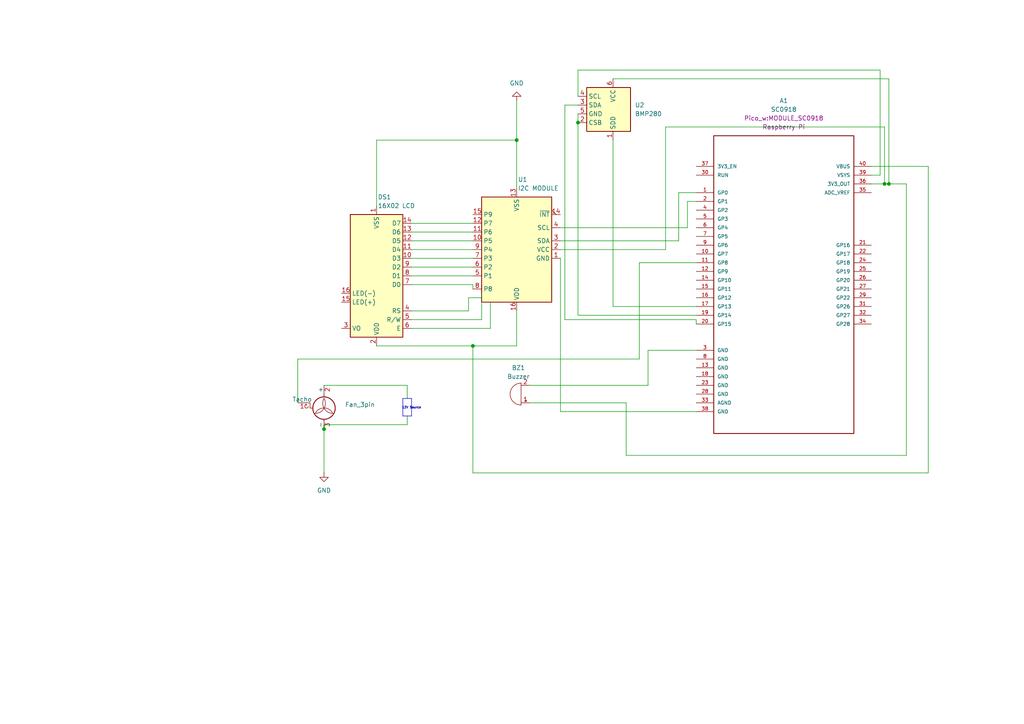
<source format=kicad_sch>
(kicad_sch (version 20231120) (generator "eeschema") (generator_version "8.0")
  (paper "A4")
  (lib_symbols
    (symbol "Device:Buzzer" (pin_names (offset 0.0254) hide)
      (property "Reference" "BZ" (at 3.81 1.27 0))
      (property "Value" "Buzzer" (at 3.81 -1.27 0))
      (symbol "Buzzer_0_1"
        (arc (start 0 -3.175) (mid 3.1612 0) (end 0 3.175))
        (polyline (pts (xy -1.651 1.905) (xy -1.143 1.905)))
        (polyline (pts (xy -1.397 2.159) (xy -1.397 1.651)))
        (polyline (pts (xy 0 3.175) (xy 0 -3.175)))
      )
      (symbol "Buzzer_1_1"
        (pin passive line (at -2.54 2.54 0) (length 2.54) (name "+") (number "1"))
        (pin passive line (at -2.54 -2.54 0) (length 2.54) (name "-") (number "2"))
      )
    )
    (symbol "Display_Character:WC1602A"
      (property "Reference" "DS" (at -5.842 19.05 0))
      (property "Value" "WC1602A" (at 5.334 19.05 0))
      (symbol "WC1602A_1_1"
        (rectangle (start -7.62 17.78) (end 7.62 -17.78) (stroke (width 0.254)) (fill (type background)))
        (pin power_in line (at 0 -20.32 90) (length 2.54) (name "VSS") (number "1"))
        (pin input line (at -10.16 -5.08 0) (length 2.54) (name "D3") (number "10"))
        (pin input line (at -10.16 -7.62 0) (length 2.54) (name "D4") (number "11"))
        (pin input line (at -10.16 -10.16 0) (length 2.54) (name "D5") (number "12"))
        (pin input line (at -10.16 -12.7 0) (length 2.54) (name "D6") (number "13"))
        (pin input line (at -10.16 -15.24 0) (length 2.54) (name "D7") (number "14"))
        (pin power_in line (at 10.16 7.62 180) (length 2.54) (name "LED(+)") (number "15"))
        (pin power_in line (at 10.16 5.08 180) (length 2.54) (name "LED(-)") (number "16"))
        (pin power_in line (at 0 20.32 270) (length 2.54) (name "VDD") (number "2"))
        (pin input line (at 10.16 15.24 180) (length 2.54) (name "VO") (number "3"))
        (pin input line (at -10.16 10.16 0) (length 2.54) (name "RS") (number "4"))
        (pin input line (at -10.16 12.7 0) (length 2.54) (name "R/W") (number "5"))
        (pin input line (at -10.16 15.24 0) (length 2.54) (name "E") (number "6"))
        (pin input line (at -10.16 2.54 0) (length 2.54) (name "D0") (number "7"))
        (pin input line (at -10.16 0 0) (length 2.54) (name "D1") (number "8"))
        (pin input line (at -10.16 -2.54 0) (length 2.54) (name "D2") (number "9"))
      )
    )
    (symbol "Interface_Expansion:PCF8574"
      (property "Reference" "U1" (at -0.3459 -20.32 0))
      (property "Value" "I2C MODULE" (at -0.3459 -17.78 0))
      (symbol "PCF8574_0_1"
        (rectangle (start -10.16 15.24) (end 10.16 -15.24) (stroke (width 0.254)) (fill (type background)))
      )
      (symbol "PCF8574_1_1"
        (pin input line (at -12.7 2.54 0) (length 2.54) (name "GND") (number "1"))
        (pin bidirectional line (at 12.7 -2.54 180) (length 2.54) (name "P5") (number "10"))
        (pin bidirectional line (at 12.7 -5.08 180) (length 2.54) (name "P6") (number "11"))
        (pin bidirectional line (at 12.7 -7.62 180) (length 2.54) (name "P7") (number "12"))
        (pin power_in line (at 0 -17.78 90) (length 2.54) (name "VSS") (number "13"))
        (pin open_collector output_low (at -12.7 -10.16 0) (length 2.54) (name "~{INT}") (number "14"))
        (pin input line (at 12.7 -10.16 180) (length 2.54) (name "P9") (number "15"))
        (pin power_in line (at 0 17.78 270) (length 2.54) (name "VDD") (number "16"))
        (pin input line (at -12.7 0 0) (length 2.54) (name "VCC") (number "2"))
        (pin input line (at -12.7 -2.54 0) (length 2.54) (name "SDA") (number "3"))
        (pin input line (at -12.7 -6.35 0) (length 2.54) (name "SCL") (number "4"))
        (pin bidirectional line (at 12.7 7.62 180) (length 2.54) (name "P1") (number "5"))
        (pin bidirectional line (at 12.7 5.08 180) (length 2.54) (name "P2") (number "6"))
        (pin bidirectional line (at 12.7 2.54 180) (length 2.54) (name "P3") (number "7"))
        (pin bidirectional line (at 12.7 11.43 180) (length 2.54) (name "P8") (number "8"))
        (pin bidirectional line (at 12.7 0 180) (length 2.54) (name "P4") (number "9"))
      )
    )
    (symbol "Motor:Fan_3pin" (pin_names (offset 0))
      (property "Reference" "M" (at 2.54 2.54 0))
      (property "Value" "Fan_3pin" (at 2.54 -5.08 0))
      (symbol "Fan_3pin_0_0"
        (arc (start -5.588 -1.016) (mid -5.08 -1.5218) (end -4.572 -1.016))
        (arc (start -5.08 -0.508) (mid -5.4392 -0.6568) (end -5.588 -1.016))
        (polyline (pts (xy -5.08 -0.508) (xy -5.334 -0.381)))
        (polyline (pts (xy -5.08 -0.508) (xy -5.207 -0.762)))
        (polyline (pts (xy -4.064 0) (xy -4.064 -1.524) (xy -3.302 -1.524)))
      )
      (symbol "Fan_3pin_0_1"
        (arc (start -2.54 -3.048) (mid 0.0028 -1.6279) (end 0 1.27))
        (circle (center 0 -1.524) (radius 3.2512) (stroke (width 0.254)))
        (polyline (pts (xy -4.064 0) (xy -5.08 0)))
        (polyline (pts (xy 0 -7.62) (xy 0 -7.112)))
        (polyline (pts (xy 0 -4.7752) (xy 0 -5.1816)))
        (polyline (pts (xy 0 1.7272) (xy 0 2.0828)))
        (polyline (pts (xy 0 2.032) (xy 0 2.54)))
        (arc (start 0 1.27) (mid 0.053 -1.619) (end 2.54 -3.048))
        (arc (start 2.54 -3.048) (mid 0 -1.4782) (end -2.54 -3.048))
      )
      (symbol "Fan_3pin_1_1"
        (pin passive line (at -7.62 0 0) (length 2.54) (name "Tacho") (number "1"))
        (pin passive line (at 0 5.08 270) (length 2.54) (name "+") (number "2"))
        (pin passive line (at 0 -7.62 90) (length 2.54) (name "-") (number "3"))
      )
    )
    (symbol "Pico_w:SC0918" (pin_names (offset 1.016))
      (property "Reference" "A1" (at 0 58.42 0))
      (property "Value" "SC0918" (at 0 55.88 0))
      (property "Footprint" "Pico_w:MODULE_SC0918" (at -12.7 -46.99 0))
      (property "manufacturer" "Raspberry Pi" (at 0 53.34 0))
      (symbol "SC0918_0_0"
        (rectangle (start -20.32 -43.18) (end 20.32 43.18) (stroke (width 0.254)))
        (pin bidirectional line (at -25.4 26.67 0) (length 5.08) (name "GP0") (number "1"))
        (pin bidirectional line (at -25.4 8.89 0) (length 5.08) (name "GP7") (number "10"))
        (pin bidirectional line (at -25.4 6.35 0) (length 5.08) (name "GP8") (number "11"))
        (pin bidirectional line (at -25.4 3.81 0) (length 5.08) (name "GP9") (number "12"))
        (pin power_in line (at -25.4 -24.13 0) (length 5.08) (name "GND") (number "13"))
        (pin bidirectional line (at -25.4 1.27 0) (length 5.08) (name "GP10") (number "14"))
        (pin bidirectional line (at -25.4 -1.27 0) (length 5.08) (name "GP11") (number "15"))
        (pin bidirectional line (at -25.4 -3.81 0) (length 5.08) (name "GP12") (number "16"))
        (pin bidirectional line (at -25.4 -6.35 0) (length 5.08) (name "GP13") (number "17"))
        (pin power_in line (at -25.4 -26.67 0) (length 5.08) (name "GND") (number "18"))
        (pin bidirectional line (at -25.4 -8.89 0) (length 5.08) (name "GP14") (number "19"))
        (pin bidirectional line (at -25.4 24.13 0) (length 5.08) (name "GP1") (number "2"))
        (pin bidirectional line (at -25.4 -11.43 0) (length 5.08) (name "GP15") (number "20"))
        (pin bidirectional line (at 25.4 11.43 180) (length 5.08) (name "GP16") (number "21"))
        (pin bidirectional line (at 25.4 8.89 180) (length 5.08) (name "GP17") (number "22"))
        (pin power_in line (at -25.4 -29.21 0) (length 5.08) (name "GND") (number "23"))
        (pin bidirectional line (at 25.4 6.35 180) (length 5.08) (name "GP18") (number "24"))
        (pin bidirectional line (at 25.4 3.81 180) (length 5.08) (name "GP19") (number "25"))
        (pin bidirectional line (at 25.4 1.27 180) (length 5.08) (name "GP20") (number "26"))
        (pin bidirectional line (at 25.4 -1.27 180) (length 5.08) (name "GP21") (number "27"))
        (pin power_in line (at -25.4 -31.75 0) (length 5.08) (name "GND") (number "28"))
        (pin bidirectional line (at 25.4 -3.81 180) (length 5.08) (name "GP22") (number "29"))
        (pin power_in line (at -25.4 -19.05 0) (length 5.08) (name "GND") (number "3"))
        (pin input line (at -25.4 31.75 0) (length 5.08) (name "RUN") (number "30"))
        (pin bidirectional line (at 25.4 -6.35 180) (length 5.08) (name "GP26") (number "31"))
        (pin bidirectional line (at 25.4 -8.89 180) (length 5.08) (name "GP27") (number "32"))
        (pin power_in line (at -25.4 -34.29 0) (length 5.08) (name "AGND") (number "33"))
        (pin bidirectional line (at 25.4 -11.43 180) (length 5.08) (name "GP28") (number "34"))
        (pin power_in line (at 25.4 26.67 180) (length 5.08) (name "ADC_VREF") (number "35"))
        (pin power_in line (at 25.4 29.21 180) (length 5.08) (name "3V3_OUT") (number "36"))
        (pin input line (at -25.4 34.29 0) (length 5.08) (name "3V3_EN") (number "37"))
        (pin power_in line (at -25.4 -36.83 0) (length 5.08) (name "GND") (number "38"))
        (pin free line (at 25.4 31.75 180) (length 5.08) (name "VSYS") (number "39"))
        (pin bidirectional line (at -25.4 21.59 0) (length 5.08) (name "GP2") (number "4"))
        (pin free line (at 25.4 34.29 180) (length 5.08) (name "VBUS") (number "40"))
        (pin bidirectional line (at -25.4 19.05 0) (length 5.08) (name "GP3") (number "5"))
        (pin bidirectional line (at -25.4 16.51 0) (length 5.08) (name "GP4") (number "6"))
        (pin bidirectional line (at -25.4 13.97 0) (length 5.08) (name "GP5") (number "7"))
        (pin power_in line (at -25.4 -21.59 0) (length 5.08) (name "GND") (number "8"))
        (pin bidirectional line (at -25.4 11.43 0) (length 5.08) (name "GP6") (number "9"))
      )
    )
    (symbol "Sensor_Pressure:BMP280"
      (property "Reference" "U2" (at 6.35 2.5401 0))
      (property "Value" "BMP280" (at 6.35 0.0001 0))
      (symbol "BMP280_0_1"
        (rectangle (start -7.62 7.62) (end 5.08 -5.08) (stroke (width 0.254)) (fill (type background)))
      )
      (symbol "BMP280_1_1"
        (pin power_in line (at 0 -7.62 90) (length 2.54) (name "SDD") (number "1"))
        (pin input line (at -10.16 -2.54 0) (length 2.54) (name "CSB") (number "2"))
        (pin bidirectional line (at -10.16 2.54 0) (length 2.54) (name "SDA") (number "3"))
        (pin input line (at -10.16 5.08 0) (length 2.54) (name "SCL") (number "4"))
        (pin bidirectional line (at -10.16 0 0) (length 2.54) (name "GND") (number "5"))
        (pin power_in line (at 0 10.16 270) (length 2.54) (name "VCC") (number "6"))
      )
    )
    (symbol "power:GND" (power) (pin_numbers hide) (pin_names (offset 0) hide)
      (property "Value" "GND" (at 0 -3.81 0))
      (symbol "GND_0_1"
        (polyline (pts (xy 0 0) (xy 0 -1.27) (xy 1.27 -1.27) (xy 0 -2.54) (xy -1.27 -1.27) (xy 0 -1.27)))
      )
      (symbol "GND_1_1"
        (pin power_in line (at 0 0 270) (length 0) (name "~") (number "1"))
      )
    )
  )
  (junction (at 149.86 40.64))
  (junction (at 257.81 53.34))
  (junction (at 167.64 35.56))
  (junction (at 256.54 53.34))
  (junction (at 93.98 124.46))
  (junction (at 137.16 100.33))
  (wire (pts (xy 201.93 88.9) (xy 177.8 88.9)))
  (wire (pts (xy 137.16 137.16) (xy 269.24 137.16)))
  (wire (pts (xy 257.81 53.34) (xy 256.54 53.34)))
  (wire (pts (xy 201.93 119.38) (xy 162.56 119.38)))
  (wire (pts (xy 193.04 72.39) (xy 193.04 36.83)))
  (wire (pts (xy 199.39 66.04) (xy 199.39 58.42)))
  (wire (pts (xy 137.16 82.55) (xy 137.16 83.82)))
  (wire (pts (xy 135.89 86.36) (xy 139.7 86.36)))
  (wire (pts (xy 196.85 69.85) (xy 196.85 55.88)))
  (wire (pts (xy 177.8 40.64) (xy 177.8 88.9)))
  (wire (pts (xy 163.83 30.48) (xy 163.83 92.71)))
  (wire (pts (xy 269.24 48.26) (xy 269.24 137.16)))
  (wire (pts (xy 162.56 69.85) (xy 196.85 69.85)))
  (wire (pts (xy 199.39 58.42) (xy 201.93 58.42)))
  (wire (pts (xy 167.64 20.32) (xy 255.27 20.32)))
  (wire (pts (xy 162.56 119.38) (xy 162.56 74.93)))
  (wire (pts (xy 255.27 20.32) (xy 255.27 50.8)))
  (wire (pts (xy 167.64 30.48) (xy 163.83 30.48)))
  (wire (pts (xy 153.67 116.84) (xy 181.61 116.84)))
  (wire (pts (xy 119.38 90.17) (xy 135.89 90.17)))
  (wire (pts (xy 93.98 124.46) (xy 93.98 137.16)))
  (wire (pts (xy 139.7 92.71) (xy 139.7 87.63)))
  (wire (pts (xy 262.89 132.08) (xy 262.89 53.34)))
  (wire (pts (xy 201.93 92.71) (xy 201.93 93.98)))
  (wire (pts (xy 137.16 77.47) (xy 119.38 77.47)))
  (wire (pts (xy 162.56 72.39) (xy 193.04 72.39)))
  (wire (pts (xy 86.36 104.14) (xy 185.42 104.14)))
  (wire (pts (xy 86.36 116.84) (xy 86.36 104.14)))
  (wire (pts (xy 193.04 36.83) (xy 256.54 36.83)))
  (wire (pts (xy 137.16 67.31) (xy 119.38 67.31)))
  (wire (pts (xy 109.22 59.69) (xy 109.22 40.64)))
  (wire (pts (xy 185.42 104.14) (xy 185.42 76.2)))
  (wire (pts (xy 135.89 90.17) (xy 135.89 86.36)))
  (wire (pts (xy 93.98 123.19) (xy 93.98 124.46)))
  (wire (pts (xy 137.16 72.39) (xy 119.38 72.39)))
  (wire (pts (xy 137.16 74.93) (xy 119.38 74.93)))
  (wire (pts (xy 185.42 76.2) (xy 201.93 76.2)))
  (wire (pts (xy 119.38 95.25) (xy 142.24 95.25)))
  (wire (pts (xy 137.16 80.01) (xy 119.38 80.01)))
  (wire (pts (xy 256.54 36.83) (xy 256.54 53.34)))
  (wire (pts (xy 149.86 40.64) (xy 149.86 29.21)))
  (wire (pts (xy 177.8 22.86) (xy 257.81 22.86)))
  (wire (pts (xy 153.67 111.76) (xy 187.96 111.76)))
  (wire (pts (xy 149.86 54.61) (xy 149.86 40.64)))
  (wire (pts (xy 137.16 69.85) (xy 119.38 69.85)))
  (wire (pts (xy 118.11 111.76) (xy 93.98 111.76)))
  (wire (pts (xy 187.96 101.6) (xy 201.93 101.6)))
  (wire (pts (xy 142.24 95.25) (xy 142.24 87.63)))
  (wire (pts (xy 163.83 92.71) (xy 201.93 92.71)))
  (wire (pts (xy 162.56 66.04) (xy 199.39 66.04)))
  (wire (pts (xy 255.27 50.8) (xy 252.73 50.8)))
  (wire (pts (xy 119.38 92.71) (xy 139.7 92.71)))
  (wire (pts (xy 262.89 53.34) (xy 257.81 53.34)))
  (wire (pts (xy 187.96 111.76) (xy 187.96 101.6)))
  (wire (pts (xy 181.61 132.08) (xy 262.89 132.08)))
  (wire (pts (xy 137.16 64.77) (xy 119.38 64.77)))
  (wire (pts (xy 181.61 116.84) (xy 181.61 132.08)))
  (wire (pts (xy 196.85 55.88) (xy 201.93 55.88)))
  (wire (pts (xy 118.11 120.65) (xy 118.11 123.19)))
  (wire (pts (xy 149.86 100.33) (xy 149.86 90.17)))
  (wire (pts (xy 167.64 91.44) (xy 201.93 91.44)))
  (wire (pts (xy 167.64 33.02) (xy 167.64 35.56)))
  (wire (pts (xy 167.64 27.94) (xy 167.64 20.32)))
  (wire (pts (xy 252.73 48.26) (xy 269.24 48.26)))
  (wire (pts (xy 167.64 35.56) (xy 167.64 91.44)))
  (wire (pts (xy 256.54 53.34) (xy 252.73 53.34)))
  (wire (pts (xy 137.16 100.33) (xy 137.16 137.16)))
  (wire (pts (xy 118.11 111.76) (xy 118.11 115.57)))
  (wire (pts (xy 149.86 40.64) (xy 109.22 40.64)))
  (wire (pts (xy 137.16 100.33) (xy 149.86 100.33)))
  (wire (pts (xy 257.81 22.86) (xy 257.81 53.34)))
  (wire (pts (xy 139.7 86.36) (xy 139.7 85.09)))
  (wire (pts (xy 109.22 100.33) (xy 137.16 100.33)))
  (wire (pts (xy 118.11 123.19) (xy 93.98 123.19)))
  (wire (pts (xy 137.16 82.55) (xy 119.38 82.55)))
  (rectangle (start 116.84 115.57) (end 116.84 120.65))
  (rectangle (start 119.38 115.57) (end 119.38 120.65))
  (rectangle (start 116.84 120.65) (end 119.38 120.65))
  (rectangle (start 116.84 115.57) (end 119.38 115.57))
  (text "12V Source" (at 119.38 118.364 0) (effects (font (size 0.635 0.635))))
  (symbol (lib_id "Sensor_Pressure:BMP280") (at 177.8 33.02 0) (unit 1)
    (property "Reference" "U2" (at 184.15 30.4799 0) (effects (justify left)))
    (property "Value" "BMP280" (at 184.15 33.0199 0) (effects (justify left)))
    (property "Footprint" "Package_LGA:Bosch_LGA-8_2x2.5mm_P0.65mm_ClockwisePinNumbering" (effects (hide yes)))
    (property "Datasheet" "https://ae-bst.resource.bosch.com/media/_tech/media/datasheets/BST-BMP280-DS001.pdf" (effects (hide yes)))
    (property "Description" "Absolute Barometric Pressure Sensor, LGA-8" (effects (hide yes)))
  )
  (symbol (lib_id "Interface_Expansion:PCF8574") (at 149.86 72.39 180) (unit 1)
    (property "Reference" "U1" (at 150.2059 52.07 0) (effects (justify right)))
    (property "Value" "I2C MODULE" (at 150.2059 54.61 0) (effects (justify right)))
    (property "Datasheet" "http://www.nxp.com/docs/en/data-sheet/PCF8574_PCF8574A.pdf" (effects (hide yes)))
    (property "Description" "8 Bit Port/Expander to I2C Bus, DIP/SOIC-16" (effects (hide yes)))
  )
  (symbol (lib_id "Device:Buzzer") (at 151.13 114.3 180) (unit 1)
    (property "Reference" "BZ1" (at 150.3749 106.68 0))
    (property "Value" "Buzzer" (at 150.3749 109.22 0))
    (property "Description" "Buzzer, polarized" (effects (hide yes)))
  )
  (symbol (lib_id "Motor:Fan_3pin") (at 62.23 241.3 0) (unit 1)
    (property "Reference" "M1" (at 67.31 242.5699 0) (effects (justify left)))
    (property "Value" "Fan_3pin" (at 67.31 245.1099 0) (effects (justify left)))
    (property "Datasheet" "http://www.hardwarecanucks.com/forum/attachments/new-builds/16287d1330775095-help-chassis-power-fan-connectors-motherboard-asus_p8z68.jpg" (effects (hide yes)))
    (property "Description" "Fan, tacho output, 3-pin connector" (effects (hide yes)))
  )
  (symbol (lib_id "power:GND") (at 93.98 137.16 0) (unit 1)
    (property "Reference" "#PWR03" (effects (hide yes)))
    (property "Value" "GND" (at 93.98 142.24 0))
    (property "Description" "Power symbol creates a global label with name \"GND\" , ground" (effects (hide yes)))
  )
  (symbol (lib_id "Display_Character:WC1602A") (at 109.22 80.01 180) (unit 1)
    (property "Reference" "DS1" (at 109.5659 57.15 0) (effects (justify right)))
    (property "Value" "16X02 LCD" (at 109.5659 59.69 0) (effects (justify right)))
    (property "Footprint" "Display:WC1602A" (effects (hide yes)))
    (property "Datasheet" "http://www.wincomlcd.com/pdf/WC1602A-SFYLYHTC06.pdf" (effects (hide yes)))
    (property "Description" "LCD 16x2 Alphanumeric , 8 bit parallel bus, 5V VDD" (effects (hide yes)))
  )
  (symbol (lib_id "Motor:Fan_3pin") (at 93.98 116.84 0) (unit 1)
    (property "Reference" "M2" (effects (hide yes)))
    (property "Value" "Fan_3pin" (at 100.076 117.348 0) (effects (justify left)))
    (property "Datasheet" "http://www.hardwarecanucks.com/forum/attachments/new-builds/16287d1330775095-help-chassis-power-fan-connectors-motherboard-asus_p8z68.jpg" (effects (hide yes)))
    (property "Description" "Fan, tacho output, 3-pin connector" (effects (hide yes)))
  )
  (symbol (lib_id "Pico_w:SC0918") (at 227.33 82.55 0) (unit 1)
    (property "Reference" "A1" (at 227.33 29.21 0))
    (property "Value" "SC0918" (at 227.33 31.75 0))
    (property "Footprint" "Pico_w:MODULE_SC0918" (at 227.33 34.29 0))
    (property "Datasheet" "https://datasheets.raspberrypi.com/picow/pico-w-datasheet.pdf" (effects (hide yes)))
    (property "manufacturer" "Raspberry Pi" (at 227.33 36.83 0))
    (property "P/N" "SC0918" (effects (hide yes)))
    (property "PARTREV" "1.6" (effects (hide yes)))
    (property "MAXIMUM_PACKAGE_HEIGHT" "3.73mm" (effects (hide yes)))
  )
  (symbol (lib_id "power:GND") (at 149.86 29.21 180) (unit 1)
    (property "Reference" "#PWR01" (effects (hide yes)))
    (property "Value" "GND" (at 149.86 24.13 0))
    (property "Description" "Power symbol creates a global label with name \"GND\" , ground" (effects (hide yes)))
  )
)
</source>
